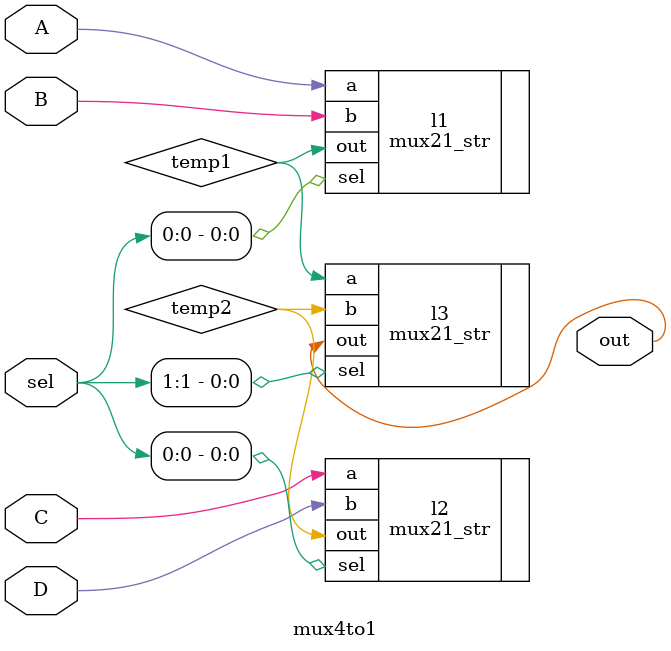
<source format=sv>
`timescale 1ns / 1ps


module mux4to1(
    input A,
    input B,
    input C,
    input D,
    input [1:0] sel,
    output logic out
    );
    
    logic temp1, temp2;
    mux21_str l1(.a(A),.b(B),.sel(sel[0]),.out(temp1));
    mux21_str l2(.a(C),.b(D),.sel(sel[0]),.out(temp2));
    mux21_str l3(.a(temp1),.b(temp2),.sel(sel[1]),.out(out));


endmodule

</source>
